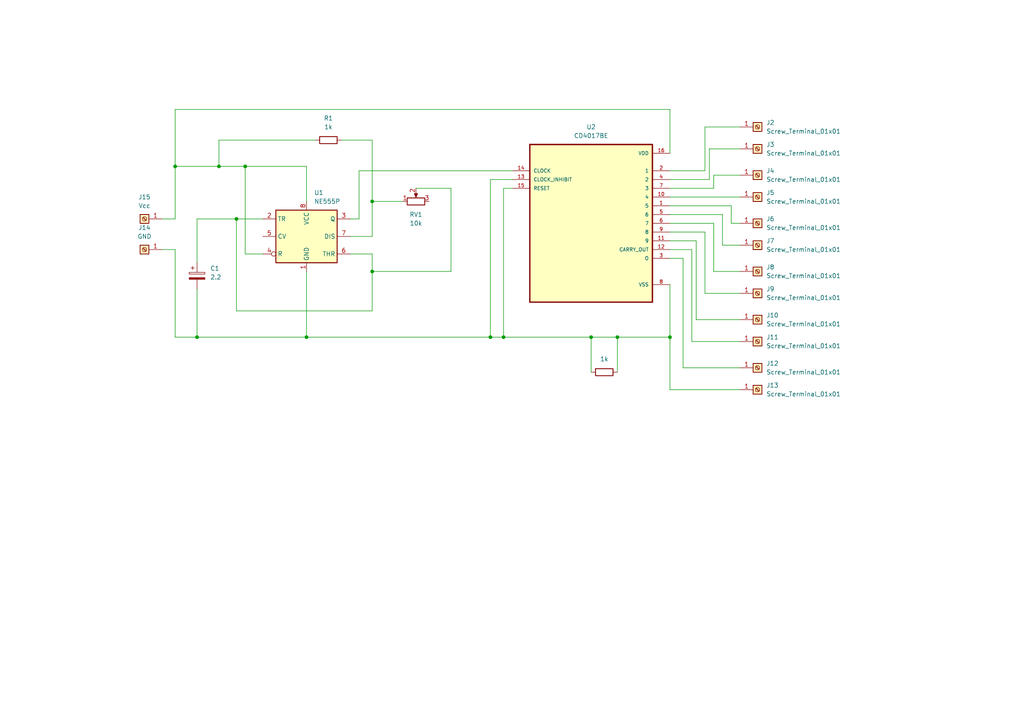
<source format=kicad_sch>
(kicad_sch
	(version 20231120)
	(generator "eeschema")
	(generator_version "8.0")
	(uuid "63d458b8-85d2-4ca3-8b0d-2b5a93477231")
	(paper "A4")
	(lib_symbols
		(symbol "CD4017BE:CD4017BE"
			(pin_names
				(offset 1.016)
			)
			(exclude_from_sim no)
			(in_bom yes)
			(on_board yes)
			(property "Reference" "U"
				(at -17.78 23.86 0)
				(effects
					(font
						(size 1.27 1.27)
					)
					(justify left bottom)
				)
			)
			(property "Value" "CD4017BE"
				(at -17.78 -26.86 0)
				(effects
					(font
						(size 1.27 1.27)
					)
					(justify left bottom)
				)
			)
			(property "Footprint" "CD4017BE:DIP794W45P254L1969H508Q16"
				(at 0 0 0)
				(effects
					(font
						(size 1.27 1.27)
					)
					(justify bottom)
					(hide yes)
				)
			)
			(property "Datasheet" ""
				(at 0 0 0)
				(effects
					(font
						(size 1.27 1.27)
					)
					(hide yes)
				)
			)
			(property "Description" ""
				(at 0 0 0)
				(effects
					(font
						(size 1.27 1.27)
					)
					(hide yes)
				)
			)
			(property "MF" "Texas Instruments"
				(at 0 0 0)
				(effects
					(font
						(size 1.27 1.27)
					)
					(justify bottom)
					(hide yes)
				)
			)
			(property "Description_1" "\nCMOS Decade Counter with 10 Decoded Outputs\n"
				(at 0 0 0)
				(effects
					(font
						(size 1.27 1.27)
					)
					(justify bottom)
					(hide yes)
				)
			)
			(property "Package" "PDIP-16 Texas Instruments"
				(at 0 0 0)
				(effects
					(font
						(size 1.27 1.27)
					)
					(justify bottom)
					(hide yes)
				)
			)
			(property "Price" "None"
				(at 0 0 0)
				(effects
					(font
						(size 1.27 1.27)
					)
					(justify bottom)
					(hide yes)
				)
			)
			(property "SnapEDA_Link" "https://www.snapeda.com/parts/CD4017BE/Texas+Instruments/view-part/?ref=snap"
				(at 0 0 0)
				(effects
					(font
						(size 1.27 1.27)
					)
					(justify bottom)
					(hide yes)
				)
			)
			(property "MP" "CD4017BE"
				(at 0 0 0)
				(effects
					(font
						(size 1.27 1.27)
					)
					(justify bottom)
					(hide yes)
				)
			)
			(property "Purchase-URL" "https://www.snapeda.com/api/url_track_click_mouser/?unipart_id=49911&manufacturer=Texas Instruments&part_name=CD4017BE&search_term=None"
				(at 0 0 0)
				(effects
					(font
						(size 1.27 1.27)
					)
					(justify bottom)
					(hide yes)
				)
			)
			(property "Availability" "In Stock"
				(at 0 0 0)
				(effects
					(font
						(size 1.27 1.27)
					)
					(justify bottom)
					(hide yes)
				)
			)
			(property "Check_prices" "https://www.snapeda.com/parts/CD4017BE/Texas+Instruments/view-part/?ref=eda"
				(at 0 0 0)
				(effects
					(font
						(size 1.27 1.27)
					)
					(justify bottom)
					(hide yes)
				)
			)
			(symbol "CD4017BE_0_0"
				(rectangle
					(start -17.78 -22.86)
					(end 17.78 22.86)
					(stroke
						(width 0.41)
						(type default)
					)
					(fill
						(type background)
					)
				)
				(pin output line
					(at 22.86 5.08 180)
					(length 5.08)
					(name "5"
						(effects
							(font
								(size 1.016 1.016)
							)
						)
					)
					(number "1"
						(effects
							(font
								(size 1.016 1.016)
							)
						)
					)
				)
				(pin output line
					(at 22.86 7.62 180)
					(length 5.08)
					(name "4"
						(effects
							(font
								(size 1.016 1.016)
							)
						)
					)
					(number "10"
						(effects
							(font
								(size 1.016 1.016)
							)
						)
					)
				)
				(pin output line
					(at 22.86 -5.08 180)
					(length 5.08)
					(name "9"
						(effects
							(font
								(size 1.016 1.016)
							)
						)
					)
					(number "11"
						(effects
							(font
								(size 1.016 1.016)
							)
						)
					)
				)
				(pin output line
					(at 22.86 -7.62 180)
					(length 5.08)
					(name "CARRY_OUT"
						(effects
							(font
								(size 1.016 1.016)
							)
						)
					)
					(number "12"
						(effects
							(font
								(size 1.016 1.016)
							)
						)
					)
				)
				(pin input line
					(at -22.86 12.7 0)
					(length 5.08)
					(name "CLOCK_INHIBIT"
						(effects
							(font
								(size 1.016 1.016)
							)
						)
					)
					(number "13"
						(effects
							(font
								(size 1.016 1.016)
							)
						)
					)
				)
				(pin input line
					(at -22.86 15.24 0)
					(length 5.08)
					(name "CLOCK"
						(effects
							(font
								(size 1.016 1.016)
							)
						)
					)
					(number "14"
						(effects
							(font
								(size 1.016 1.016)
							)
						)
					)
				)
				(pin input line
					(at -22.86 10.16 0)
					(length 5.08)
					(name "RESET"
						(effects
							(font
								(size 1.016 1.016)
							)
						)
					)
					(number "15"
						(effects
							(font
								(size 1.016 1.016)
							)
						)
					)
				)
				(pin power_in line
					(at 22.86 20.32 180)
					(length 5.08)
					(name "VDD"
						(effects
							(font
								(size 1.016 1.016)
							)
						)
					)
					(number "16"
						(effects
							(font
								(size 1.016 1.016)
							)
						)
					)
				)
				(pin output line
					(at 22.86 15.24 180)
					(length 5.08)
					(name "1"
						(effects
							(font
								(size 1.016 1.016)
							)
						)
					)
					(number "2"
						(effects
							(font
								(size 1.016 1.016)
							)
						)
					)
				)
				(pin output line
					(at 22.86 -10.16 180)
					(length 5.08)
					(name "O"
						(effects
							(font
								(size 1.016 1.016)
							)
						)
					)
					(number "3"
						(effects
							(font
								(size 1.016 1.016)
							)
						)
					)
				)
				(pin output line
					(at 22.86 12.7 180)
					(length 5.08)
					(name "2"
						(effects
							(font
								(size 1.016 1.016)
							)
						)
					)
					(number "4"
						(effects
							(font
								(size 1.016 1.016)
							)
						)
					)
				)
				(pin output line
					(at 22.86 2.54 180)
					(length 5.08)
					(name "6"
						(effects
							(font
								(size 1.016 1.016)
							)
						)
					)
					(number "5"
						(effects
							(font
								(size 1.016 1.016)
							)
						)
					)
				)
				(pin output line
					(at 22.86 0 180)
					(length 5.08)
					(name "7"
						(effects
							(font
								(size 1.016 1.016)
							)
						)
					)
					(number "6"
						(effects
							(font
								(size 1.016 1.016)
							)
						)
					)
				)
				(pin output line
					(at 22.86 10.16 180)
					(length 5.08)
					(name "3"
						(effects
							(font
								(size 1.016 1.016)
							)
						)
					)
					(number "7"
						(effects
							(font
								(size 1.016 1.016)
							)
						)
					)
				)
				(pin power_in line
					(at 22.86 -17.78 180)
					(length 5.08)
					(name "VSS"
						(effects
							(font
								(size 1.016 1.016)
							)
						)
					)
					(number "8"
						(effects
							(font
								(size 1.016 1.016)
							)
						)
					)
				)
				(pin output line
					(at 22.86 -2.54 180)
					(length 5.08)
					(name "8"
						(effects
							(font
								(size 1.016 1.016)
							)
						)
					)
					(number "9"
						(effects
							(font
								(size 1.016 1.016)
							)
						)
					)
				)
			)
		)
		(symbol "Connector:Screw_Terminal_01x01"
			(pin_names
				(offset 1.016) hide)
			(exclude_from_sim no)
			(in_bom yes)
			(on_board yes)
			(property "Reference" "J"
				(at 0 2.54 0)
				(effects
					(font
						(size 1.27 1.27)
					)
				)
			)
			(property "Value" "Screw_Terminal_01x01"
				(at 0 -2.54 0)
				(effects
					(font
						(size 1.27 1.27)
					)
				)
			)
			(property "Footprint" ""
				(at 0 0 0)
				(effects
					(font
						(size 1.27 1.27)
					)
					(hide yes)
				)
			)
			(property "Datasheet" "~"
				(at 0 0 0)
				(effects
					(font
						(size 1.27 1.27)
					)
					(hide yes)
				)
			)
			(property "Description" "Generic screw terminal, single row, 01x01, script generated (kicad-library-utils/schlib/autogen/connector/)"
				(at 0 0 0)
				(effects
					(font
						(size 1.27 1.27)
					)
					(hide yes)
				)
			)
			(property "ki_keywords" "screw terminal"
				(at 0 0 0)
				(effects
					(font
						(size 1.27 1.27)
					)
					(hide yes)
				)
			)
			(property "ki_fp_filters" "TerminalBlock*:*"
				(at 0 0 0)
				(effects
					(font
						(size 1.27 1.27)
					)
					(hide yes)
				)
			)
			(symbol "Screw_Terminal_01x01_1_1"
				(rectangle
					(start -1.27 1.27)
					(end 1.27 -1.27)
					(stroke
						(width 0.254)
						(type default)
					)
					(fill
						(type background)
					)
				)
				(polyline
					(pts
						(xy -0.5334 0.3302) (xy 0.3302 -0.508)
					)
					(stroke
						(width 0.1524)
						(type default)
					)
					(fill
						(type none)
					)
				)
				(polyline
					(pts
						(xy -0.3556 0.508) (xy 0.508 -0.3302)
					)
					(stroke
						(width 0.1524)
						(type default)
					)
					(fill
						(type none)
					)
				)
				(circle
					(center 0 0)
					(radius 0.635)
					(stroke
						(width 0.1524)
						(type default)
					)
					(fill
						(type none)
					)
				)
				(pin passive line
					(at -5.08 0 0)
					(length 3.81)
					(name "Pin_1"
						(effects
							(font
								(size 1.27 1.27)
							)
						)
					)
					(number "1"
						(effects
							(font
								(size 1.27 1.27)
							)
						)
					)
				)
			)
		)
		(symbol "Device:C_Polarized"
			(pin_numbers hide)
			(pin_names
				(offset 0.254)
			)
			(exclude_from_sim no)
			(in_bom yes)
			(on_board yes)
			(property "Reference" "C"
				(at 0.635 2.54 0)
				(effects
					(font
						(size 1.27 1.27)
					)
					(justify left)
				)
			)
			(property "Value" "C_Polarized"
				(at 0.635 -2.54 0)
				(effects
					(font
						(size 1.27 1.27)
					)
					(justify left)
				)
			)
			(property "Footprint" ""
				(at 0.9652 -3.81 0)
				(effects
					(font
						(size 1.27 1.27)
					)
					(hide yes)
				)
			)
			(property "Datasheet" "~"
				(at 0 0 0)
				(effects
					(font
						(size 1.27 1.27)
					)
					(hide yes)
				)
			)
			(property "Description" "Polarized capacitor"
				(at 0 0 0)
				(effects
					(font
						(size 1.27 1.27)
					)
					(hide yes)
				)
			)
			(property "ki_keywords" "cap capacitor"
				(at 0 0 0)
				(effects
					(font
						(size 1.27 1.27)
					)
					(hide yes)
				)
			)
			(property "ki_fp_filters" "CP_*"
				(at 0 0 0)
				(effects
					(font
						(size 1.27 1.27)
					)
					(hide yes)
				)
			)
			(symbol "C_Polarized_0_1"
				(rectangle
					(start -2.286 0.508)
					(end 2.286 1.016)
					(stroke
						(width 0)
						(type default)
					)
					(fill
						(type none)
					)
				)
				(polyline
					(pts
						(xy -1.778 2.286) (xy -0.762 2.286)
					)
					(stroke
						(width 0)
						(type default)
					)
					(fill
						(type none)
					)
				)
				(polyline
					(pts
						(xy -1.27 2.794) (xy -1.27 1.778)
					)
					(stroke
						(width 0)
						(type default)
					)
					(fill
						(type none)
					)
				)
				(rectangle
					(start 2.286 -0.508)
					(end -2.286 -1.016)
					(stroke
						(width 0)
						(type default)
					)
					(fill
						(type outline)
					)
				)
			)
			(symbol "C_Polarized_1_1"
				(pin passive line
					(at 0 3.81 270)
					(length 2.794)
					(name "~"
						(effects
							(font
								(size 1.27 1.27)
							)
						)
					)
					(number "1"
						(effects
							(font
								(size 1.27 1.27)
							)
						)
					)
				)
				(pin passive line
					(at 0 -3.81 90)
					(length 2.794)
					(name "~"
						(effects
							(font
								(size 1.27 1.27)
							)
						)
					)
					(number "2"
						(effects
							(font
								(size 1.27 1.27)
							)
						)
					)
				)
			)
		)
		(symbol "Device:R"
			(pin_numbers hide)
			(pin_names
				(offset 0)
			)
			(exclude_from_sim no)
			(in_bom yes)
			(on_board yes)
			(property "Reference" "R"
				(at 2.032 0 90)
				(effects
					(font
						(size 1.27 1.27)
					)
				)
			)
			(property "Value" "R"
				(at 0 0 90)
				(effects
					(font
						(size 1.27 1.27)
					)
				)
			)
			(property "Footprint" ""
				(at -1.778 0 90)
				(effects
					(font
						(size 1.27 1.27)
					)
					(hide yes)
				)
			)
			(property "Datasheet" "~"
				(at 0 0 0)
				(effects
					(font
						(size 1.27 1.27)
					)
					(hide yes)
				)
			)
			(property "Description" "Resistor"
				(at 0 0 0)
				(effects
					(font
						(size 1.27 1.27)
					)
					(hide yes)
				)
			)
			(property "ki_keywords" "R res resistor"
				(at 0 0 0)
				(effects
					(font
						(size 1.27 1.27)
					)
					(hide yes)
				)
			)
			(property "ki_fp_filters" "R_*"
				(at 0 0 0)
				(effects
					(font
						(size 1.27 1.27)
					)
					(hide yes)
				)
			)
			(symbol "R_0_1"
				(rectangle
					(start -1.016 -2.54)
					(end 1.016 2.54)
					(stroke
						(width 0.254)
						(type default)
					)
					(fill
						(type none)
					)
				)
			)
			(symbol "R_1_1"
				(pin passive line
					(at 0 3.81 270)
					(length 1.27)
					(name "~"
						(effects
							(font
								(size 1.27 1.27)
							)
						)
					)
					(number "1"
						(effects
							(font
								(size 1.27 1.27)
							)
						)
					)
				)
				(pin passive line
					(at 0 -3.81 90)
					(length 1.27)
					(name "~"
						(effects
							(font
								(size 1.27 1.27)
							)
						)
					)
					(number "2"
						(effects
							(font
								(size 1.27 1.27)
							)
						)
					)
				)
			)
		)
		(symbol "Device:R_Potentiometer"
			(pin_names
				(offset 1.016) hide)
			(exclude_from_sim no)
			(in_bom yes)
			(on_board yes)
			(property "Reference" "RV"
				(at -4.445 0 90)
				(effects
					(font
						(size 1.27 1.27)
					)
				)
			)
			(property "Value" "R_Potentiometer"
				(at -2.54 0 90)
				(effects
					(font
						(size 1.27 1.27)
					)
				)
			)
			(property "Footprint" ""
				(at 0 0 0)
				(effects
					(font
						(size 1.27 1.27)
					)
					(hide yes)
				)
			)
			(property "Datasheet" "~"
				(at 0 0 0)
				(effects
					(font
						(size 1.27 1.27)
					)
					(hide yes)
				)
			)
			(property "Description" "Potentiometer"
				(at 0 0 0)
				(effects
					(font
						(size 1.27 1.27)
					)
					(hide yes)
				)
			)
			(property "ki_keywords" "resistor variable"
				(at 0 0 0)
				(effects
					(font
						(size 1.27 1.27)
					)
					(hide yes)
				)
			)
			(property "ki_fp_filters" "Potentiometer*"
				(at 0 0 0)
				(effects
					(font
						(size 1.27 1.27)
					)
					(hide yes)
				)
			)
			(symbol "R_Potentiometer_0_1"
				(polyline
					(pts
						(xy 2.54 0) (xy 1.524 0)
					)
					(stroke
						(width 0)
						(type default)
					)
					(fill
						(type none)
					)
				)
				(polyline
					(pts
						(xy 1.143 0) (xy 2.286 0.508) (xy 2.286 -0.508) (xy 1.143 0)
					)
					(stroke
						(width 0)
						(type default)
					)
					(fill
						(type outline)
					)
				)
				(rectangle
					(start 1.016 2.54)
					(end -1.016 -2.54)
					(stroke
						(width 0.254)
						(type default)
					)
					(fill
						(type none)
					)
				)
			)
			(symbol "R_Potentiometer_1_1"
				(pin passive line
					(at 0 3.81 270)
					(length 1.27)
					(name "1"
						(effects
							(font
								(size 1.27 1.27)
							)
						)
					)
					(number "1"
						(effects
							(font
								(size 1.27 1.27)
							)
						)
					)
				)
				(pin passive line
					(at 3.81 0 180)
					(length 1.27)
					(name "2"
						(effects
							(font
								(size 1.27 1.27)
							)
						)
					)
					(number "2"
						(effects
							(font
								(size 1.27 1.27)
							)
						)
					)
				)
				(pin passive line
					(at 0 -3.81 90)
					(length 1.27)
					(name "3"
						(effects
							(font
								(size 1.27 1.27)
							)
						)
					)
					(number "3"
						(effects
							(font
								(size 1.27 1.27)
							)
						)
					)
				)
			)
		)
		(symbol "Timer:NE555P"
			(exclude_from_sim no)
			(in_bom yes)
			(on_board yes)
			(property "Reference" "U"
				(at -10.16 8.89 0)
				(effects
					(font
						(size 1.27 1.27)
					)
					(justify left)
				)
			)
			(property "Value" "NE555P"
				(at 2.54 8.89 0)
				(effects
					(font
						(size 1.27 1.27)
					)
					(justify left)
				)
			)
			(property "Footprint" "Package_DIP:DIP-8_W7.62mm"
				(at 16.51 -10.16 0)
				(effects
					(font
						(size 1.27 1.27)
					)
					(hide yes)
				)
			)
			(property "Datasheet" "http://www.ti.com/lit/ds/symlink/ne555.pdf"
				(at 21.59 -10.16 0)
				(effects
					(font
						(size 1.27 1.27)
					)
					(hide yes)
				)
			)
			(property "Description" "Precision Timers, 555 compatible,  PDIP-8"
				(at 0 0 0)
				(effects
					(font
						(size 1.27 1.27)
					)
					(hide yes)
				)
			)
			(property "ki_keywords" "single timer 555"
				(at 0 0 0)
				(effects
					(font
						(size 1.27 1.27)
					)
					(hide yes)
				)
			)
			(property "ki_fp_filters" "DIP*W7.62mm*"
				(at 0 0 0)
				(effects
					(font
						(size 1.27 1.27)
					)
					(hide yes)
				)
			)
			(symbol "NE555P_0_0"
				(pin power_in line
					(at 0 -10.16 90)
					(length 2.54)
					(name "GND"
						(effects
							(font
								(size 1.27 1.27)
							)
						)
					)
					(number "1"
						(effects
							(font
								(size 1.27 1.27)
							)
						)
					)
				)
				(pin power_in line
					(at 0 10.16 270)
					(length 2.54)
					(name "VCC"
						(effects
							(font
								(size 1.27 1.27)
							)
						)
					)
					(number "8"
						(effects
							(font
								(size 1.27 1.27)
							)
						)
					)
				)
			)
			(symbol "NE555P_0_1"
				(rectangle
					(start -8.89 -7.62)
					(end 8.89 7.62)
					(stroke
						(width 0.254)
						(type default)
					)
					(fill
						(type background)
					)
				)
				(rectangle
					(start -8.89 -7.62)
					(end 8.89 7.62)
					(stroke
						(width 0.254)
						(type default)
					)
					(fill
						(type background)
					)
				)
			)
			(symbol "NE555P_1_1"
				(pin input line
					(at -12.7 5.08 0)
					(length 3.81)
					(name "TR"
						(effects
							(font
								(size 1.27 1.27)
							)
						)
					)
					(number "2"
						(effects
							(font
								(size 1.27 1.27)
							)
						)
					)
				)
				(pin output line
					(at 12.7 5.08 180)
					(length 3.81)
					(name "Q"
						(effects
							(font
								(size 1.27 1.27)
							)
						)
					)
					(number "3"
						(effects
							(font
								(size 1.27 1.27)
							)
						)
					)
				)
				(pin input inverted
					(at -12.7 -5.08 0)
					(length 3.81)
					(name "R"
						(effects
							(font
								(size 1.27 1.27)
							)
						)
					)
					(number "4"
						(effects
							(font
								(size 1.27 1.27)
							)
						)
					)
				)
				(pin input line
					(at -12.7 0 0)
					(length 3.81)
					(name "CV"
						(effects
							(font
								(size 1.27 1.27)
							)
						)
					)
					(number "5"
						(effects
							(font
								(size 1.27 1.27)
							)
						)
					)
				)
				(pin input line
					(at 12.7 -5.08 180)
					(length 3.81)
					(name "THR"
						(effects
							(font
								(size 1.27 1.27)
							)
						)
					)
					(number "6"
						(effects
							(font
								(size 1.27 1.27)
							)
						)
					)
				)
				(pin input line
					(at 12.7 0 180)
					(length 3.81)
					(name "DIS"
						(effects
							(font
								(size 1.27 1.27)
							)
						)
					)
					(number "7"
						(effects
							(font
								(size 1.27 1.27)
							)
						)
					)
				)
			)
		)
	)
	(junction
		(at 50.8 48.26)
		(diameter 0)
		(color 0 0 0 0)
		(uuid "01b244f9-d058-4126-b713-51700594b64f")
	)
	(junction
		(at 179.07 97.79)
		(diameter 0)
		(color 0 0 0 0)
		(uuid "04480b84-895d-4ae1-8719-137eac597212")
	)
	(junction
		(at 146.05 97.79)
		(diameter 0)
		(color 0 0 0 0)
		(uuid "191ccae2-ab0d-42c3-83e9-449c56cc86b8")
	)
	(junction
		(at 107.95 78.74)
		(diameter 0)
		(color 0 0 0 0)
		(uuid "2b33a7e4-39d1-4c57-b5da-d25f74ab32c0")
	)
	(junction
		(at 88.9 97.79)
		(diameter 0)
		(color 0 0 0 0)
		(uuid "64f11364-c9cd-407d-bc79-1fec9d3c44fb")
	)
	(junction
		(at 171.45 97.79)
		(diameter 0)
		(color 0 0 0 0)
		(uuid "6995b760-7964-4078-aad2-e2036ed93963")
	)
	(junction
		(at 63.5 48.26)
		(diameter 0)
		(color 0 0 0 0)
		(uuid "70c57525-73d7-4bdb-b7d7-11ced8634004")
	)
	(junction
		(at 107.95 58.42)
		(diameter 0)
		(color 0 0 0 0)
		(uuid "98cb9dc5-f87c-4bd7-9d27-22e5db5d789c")
	)
	(junction
		(at 57.15 97.79)
		(diameter 0)
		(color 0 0 0 0)
		(uuid "995f39d5-3e12-4f9e-a8aa-be32949056ba")
	)
	(junction
		(at 71.12 48.26)
		(diameter 0)
		(color 0 0 0 0)
		(uuid "a6e5dcea-b064-43c5-94fc-76dcf3716f20")
	)
	(junction
		(at 68.58 63.5)
		(diameter 0)
		(color 0 0 0 0)
		(uuid "b66c7526-c51f-4f57-8cf3-b9e809c00c94")
	)
	(junction
		(at 142.24 97.79)
		(diameter 0)
		(color 0 0 0 0)
		(uuid "bdd2d405-6b5f-4356-aa5a-0c35406866f2")
	)
	(junction
		(at 194.31 97.79)
		(diameter 0)
		(color 0 0 0 0)
		(uuid "be71866d-ea30-45ec-82c5-c7a5320a2db4")
	)
	(wire
		(pts
			(xy 212.09 59.69) (xy 212.09 64.77)
		)
		(stroke
			(width 0)
			(type default)
		)
		(uuid "00054c17-ae22-4cca-b9ec-238665355735")
	)
	(wire
		(pts
			(xy 207.01 50.8) (xy 214.63 50.8)
		)
		(stroke
			(width 0)
			(type default)
		)
		(uuid "0b4be140-fdb2-4143-a933-8ddd4cddaeb5")
	)
	(wire
		(pts
			(xy 107.95 58.42) (xy 107.95 40.64)
		)
		(stroke
			(width 0)
			(type default)
		)
		(uuid "0c056f3d-dd57-4053-8421-0f9b7fd08b1c")
	)
	(wire
		(pts
			(xy 194.31 74.93) (xy 198.12 74.93)
		)
		(stroke
			(width 0)
			(type default)
		)
		(uuid "0e213bbe-2f5b-4f33-92c4-0094d4332537")
	)
	(wire
		(pts
			(xy 171.45 97.79) (xy 146.05 97.79)
		)
		(stroke
			(width 0)
			(type default)
		)
		(uuid "147cf277-248f-4583-af70-28ee3cac8020")
	)
	(wire
		(pts
			(xy 207.01 64.77) (xy 207.01 78.74)
		)
		(stroke
			(width 0)
			(type default)
		)
		(uuid "168229fd-e9fc-4afa-98cd-b791db76324a")
	)
	(wire
		(pts
			(xy 200.66 99.06) (xy 214.63 99.06)
		)
		(stroke
			(width 0)
			(type default)
		)
		(uuid "197a91d8-0bf5-4083-b8d9-9e08a44c81ce")
	)
	(wire
		(pts
			(xy 198.12 106.68) (xy 214.63 106.68)
		)
		(stroke
			(width 0)
			(type default)
		)
		(uuid "1b1b4767-b294-490f-ac5f-f1ecd988547f")
	)
	(wire
		(pts
			(xy 50.8 48.26) (xy 50.8 63.5)
		)
		(stroke
			(width 0)
			(type default)
		)
		(uuid "1c1228c9-c0d4-4283-b050-f99e7375c7d4")
	)
	(wire
		(pts
			(xy 99.06 40.64) (xy 107.95 40.64)
		)
		(stroke
			(width 0)
			(type default)
		)
		(uuid "20edd682-c209-4979-b4fa-b484ebef5de3")
	)
	(wire
		(pts
			(xy 91.44 40.64) (xy 63.5 40.64)
		)
		(stroke
			(width 0)
			(type default)
		)
		(uuid "24137402-09d4-454f-ba78-62043d85bf89")
	)
	(wire
		(pts
			(xy 194.31 67.31) (xy 204.47 67.31)
		)
		(stroke
			(width 0)
			(type default)
		)
		(uuid "2535d842-b3e7-473f-bbdc-2cd1b4dcb076")
	)
	(wire
		(pts
			(xy 50.8 48.26) (xy 63.5 48.26)
		)
		(stroke
			(width 0)
			(type default)
		)
		(uuid "25ad55b6-0adc-4e90-beb2-810cd73ad551")
	)
	(wire
		(pts
			(xy 207.01 78.74) (xy 214.63 78.74)
		)
		(stroke
			(width 0)
			(type default)
		)
		(uuid "2919f512-a6f0-426c-bae7-c462d337110e")
	)
	(wire
		(pts
			(xy 194.31 69.85) (xy 201.93 69.85)
		)
		(stroke
			(width 0)
			(type default)
		)
		(uuid "2c17e409-1877-412d-8ef2-703d68897aab")
	)
	(wire
		(pts
			(xy 194.31 44.45) (xy 194.31 31.75)
		)
		(stroke
			(width 0)
			(type default)
		)
		(uuid "2d4d1e2c-7d78-4cde-ae6d-6a377bd969f1")
	)
	(wire
		(pts
			(xy 204.47 85.09) (xy 214.63 85.09)
		)
		(stroke
			(width 0)
			(type default)
		)
		(uuid "2d71a3bf-f27e-4af2-a971-2078f6335152")
	)
	(wire
		(pts
			(xy 194.31 62.23) (xy 209.55 62.23)
		)
		(stroke
			(width 0)
			(type default)
		)
		(uuid "304eb4e4-00a4-4e9b-b9ac-43331771027f")
	)
	(wire
		(pts
			(xy 57.15 83.82) (xy 57.15 97.79)
		)
		(stroke
			(width 0)
			(type default)
		)
		(uuid "351acaba-4ba9-4ae7-910a-5ee3939ba859")
	)
	(wire
		(pts
			(xy 104.14 49.53) (xy 148.59 49.53)
		)
		(stroke
			(width 0)
			(type default)
		)
		(uuid "36e90eab-ee99-4af4-b893-2d1ef3eddf52")
	)
	(wire
		(pts
			(xy 76.2 73.66) (xy 71.12 73.66)
		)
		(stroke
			(width 0)
			(type default)
		)
		(uuid "3b49e613-2a96-4805-ab38-07fa1565d244")
	)
	(wire
		(pts
			(xy 68.58 63.5) (xy 68.58 90.17)
		)
		(stroke
			(width 0)
			(type default)
		)
		(uuid "3de4922d-fd69-4966-8cee-505443f91cdd")
	)
	(wire
		(pts
			(xy 57.15 97.79) (xy 88.9 97.79)
		)
		(stroke
			(width 0)
			(type default)
		)
		(uuid "3eb9cf0e-ecf8-499e-92ac-3ac641bdf7a9")
	)
	(wire
		(pts
			(xy 46.99 72.39) (xy 50.8 72.39)
		)
		(stroke
			(width 0)
			(type default)
		)
		(uuid "457f6ce1-f47c-4b8b-802c-0189f6250259")
	)
	(wire
		(pts
			(xy 148.59 54.61) (xy 146.05 54.61)
		)
		(stroke
			(width 0)
			(type default)
		)
		(uuid "47c63709-3eeb-4aa1-b814-e41b74e2f4c1")
	)
	(wire
		(pts
			(xy 88.9 48.26) (xy 88.9 58.42)
		)
		(stroke
			(width 0)
			(type default)
		)
		(uuid "487eff83-540d-4e90-aff1-68012c2ca9f8")
	)
	(wire
		(pts
			(xy 71.12 48.26) (xy 88.9 48.26)
		)
		(stroke
			(width 0)
			(type default)
		)
		(uuid "4c666bb5-41ff-4754-8809-4213a82696f2")
	)
	(wire
		(pts
			(xy 68.58 90.17) (xy 107.95 90.17)
		)
		(stroke
			(width 0)
			(type default)
		)
		(uuid "4dc38354-c607-4146-a54d-38876fc45adf")
	)
	(wire
		(pts
			(xy 148.59 52.07) (xy 142.24 52.07)
		)
		(stroke
			(width 0)
			(type default)
		)
		(uuid "4dfd80c1-85c7-424f-8745-804b94a0c330")
	)
	(wire
		(pts
			(xy 204.47 67.31) (xy 204.47 85.09)
		)
		(stroke
			(width 0)
			(type default)
		)
		(uuid "56702a9e-665a-4002-a78b-b66e63ad7608")
	)
	(wire
		(pts
			(xy 194.31 97.79) (xy 179.07 97.79)
		)
		(stroke
			(width 0)
			(type default)
		)
		(uuid "58653321-717f-48bb-99c4-3d400a62aa76")
	)
	(wire
		(pts
			(xy 194.31 82.55) (xy 194.31 97.79)
		)
		(stroke
			(width 0)
			(type default)
		)
		(uuid "5a5c2386-85d4-43fe-88c8-023b79c4d012")
	)
	(wire
		(pts
			(xy 46.99 63.5) (xy 50.8 63.5)
		)
		(stroke
			(width 0)
			(type default)
		)
		(uuid "5b6da09d-f2a9-427c-bff0-1b26b9ac6915")
	)
	(wire
		(pts
			(xy 107.95 58.42) (xy 107.95 68.58)
		)
		(stroke
			(width 0)
			(type default)
		)
		(uuid "63ab0235-98c8-42b8-a8cb-1ec9199bdc25")
	)
	(wire
		(pts
			(xy 194.31 57.15) (xy 214.63 57.15)
		)
		(stroke
			(width 0)
			(type default)
		)
		(uuid "645b8276-7960-4782-8265-7af712a3de3f")
	)
	(wire
		(pts
			(xy 104.14 49.53) (xy 104.14 63.5)
		)
		(stroke
			(width 0)
			(type default)
		)
		(uuid "6cf6b37f-5e56-4677-85dc-0ca01914dcc6")
	)
	(wire
		(pts
			(xy 204.47 36.83) (xy 214.63 36.83)
		)
		(stroke
			(width 0)
			(type default)
		)
		(uuid "6ddd9b64-8384-4168-b03c-f0168ef2cc13")
	)
	(wire
		(pts
			(xy 142.24 52.07) (xy 142.24 97.79)
		)
		(stroke
			(width 0)
			(type default)
		)
		(uuid "73182867-eae6-46e8-affb-e2ae8e09a34f")
	)
	(wire
		(pts
			(xy 63.5 40.64) (xy 63.5 48.26)
		)
		(stroke
			(width 0)
			(type default)
		)
		(uuid "78ae4bed-f5c3-4935-aa3c-6a0b4a06f9f4")
	)
	(wire
		(pts
			(xy 204.47 49.53) (xy 204.47 36.83)
		)
		(stroke
			(width 0)
			(type default)
		)
		(uuid "7e8073a6-c6a2-4f71-80ee-2de481adb8af")
	)
	(wire
		(pts
			(xy 207.01 54.61) (xy 207.01 50.8)
		)
		(stroke
			(width 0)
			(type default)
		)
		(uuid "7f7ccf44-728c-4ff4-a2ac-a656684017a1")
	)
	(wire
		(pts
			(xy 50.8 31.75) (xy 194.31 31.75)
		)
		(stroke
			(width 0)
			(type default)
		)
		(uuid "81be2ea8-0d95-460b-ba7e-7f31072244f3")
	)
	(wire
		(pts
			(xy 214.63 43.18) (xy 205.74 43.18)
		)
		(stroke
			(width 0)
			(type default)
		)
		(uuid "84e3f526-a9ee-43db-aa7a-b85e4c82d495")
	)
	(wire
		(pts
			(xy 50.8 72.39) (xy 50.8 97.79)
		)
		(stroke
			(width 0)
			(type default)
		)
		(uuid "917e8eec-a2a7-41da-87c3-dd6186c8c453")
	)
	(wire
		(pts
			(xy 63.5 48.26) (xy 71.12 48.26)
		)
		(stroke
			(width 0)
			(type default)
		)
		(uuid "91c06947-53ac-4879-9131-25189ead704a")
	)
	(wire
		(pts
			(xy 194.31 59.69) (xy 212.09 59.69)
		)
		(stroke
			(width 0)
			(type default)
		)
		(uuid "95367257-3b5d-44f5-b603-3b9f9d7031de")
	)
	(wire
		(pts
			(xy 146.05 54.61) (xy 146.05 97.79)
		)
		(stroke
			(width 0)
			(type default)
		)
		(uuid "964a95d9-5eb1-4467-92d9-29f38cf1e99e")
	)
	(wire
		(pts
			(xy 200.66 72.39) (xy 200.66 99.06)
		)
		(stroke
			(width 0)
			(type default)
		)
		(uuid "989a6129-fd20-44c7-a29e-1385b757eb43")
	)
	(wire
		(pts
			(xy 101.6 68.58) (xy 107.95 68.58)
		)
		(stroke
			(width 0)
			(type default)
		)
		(uuid "9ee26dbe-8f9e-48bf-ad3c-a7a69be9e6b3")
	)
	(wire
		(pts
			(xy 201.93 69.85) (xy 201.93 92.71)
		)
		(stroke
			(width 0)
			(type default)
		)
		(uuid "a00b747e-3238-4f69-932f-82a6138204ba")
	)
	(wire
		(pts
			(xy 130.81 54.61) (xy 130.81 78.74)
		)
		(stroke
			(width 0)
			(type default)
		)
		(uuid "a23cde49-62fc-4e29-8568-7f1b9a43d493")
	)
	(wire
		(pts
			(xy 212.09 64.77) (xy 214.63 64.77)
		)
		(stroke
			(width 0)
			(type default)
		)
		(uuid "a36d7a63-89f0-47e0-8e43-7022ea815ab3")
	)
	(wire
		(pts
			(xy 88.9 78.74) (xy 88.9 97.79)
		)
		(stroke
			(width 0)
			(type default)
		)
		(uuid "a4168c6a-7ad7-4472-9d77-7d401b00f394")
	)
	(wire
		(pts
			(xy 201.93 92.71) (xy 214.63 92.71)
		)
		(stroke
			(width 0)
			(type default)
		)
		(uuid "aa3dade0-3ccc-4933-b421-5502da71e2ef")
	)
	(wire
		(pts
			(xy 171.45 97.79) (xy 171.45 107.95)
		)
		(stroke
			(width 0)
			(type default)
		)
		(uuid "ab3b92bb-a5e9-448d-9013-c896c9392667")
	)
	(wire
		(pts
			(xy 68.58 63.5) (xy 57.15 63.5)
		)
		(stroke
			(width 0)
			(type default)
		)
		(uuid "ac193169-6077-4afd-abda-296a1a6e698e")
	)
	(wire
		(pts
			(xy 50.8 31.75) (xy 50.8 48.26)
		)
		(stroke
			(width 0)
			(type default)
		)
		(uuid "ac89db07-5cc4-498c-a384-bcbbabfa7b36")
	)
	(wire
		(pts
			(xy 194.31 113.03) (xy 214.63 113.03)
		)
		(stroke
			(width 0)
			(type default)
		)
		(uuid "ad172f19-655d-41b6-adc9-1bf07e407d01")
	)
	(wire
		(pts
			(xy 194.31 113.03) (xy 194.31 97.79)
		)
		(stroke
			(width 0)
			(type default)
		)
		(uuid "adea5f7c-194b-44c1-a2dc-eb0bb9358cf4")
	)
	(wire
		(pts
			(xy 57.15 63.5) (xy 57.15 76.2)
		)
		(stroke
			(width 0)
			(type default)
		)
		(uuid "b0101b36-74f0-4ab8-a69f-b3d77df8abdd")
	)
	(wire
		(pts
			(xy 71.12 73.66) (xy 71.12 48.26)
		)
		(stroke
			(width 0)
			(type default)
		)
		(uuid "b530fd2c-9f5d-4962-ae33-8a6c557d9860")
	)
	(wire
		(pts
			(xy 205.74 52.07) (xy 194.31 52.07)
		)
		(stroke
			(width 0)
			(type default)
		)
		(uuid "babbc9d3-0456-43eb-983e-511c08e16c0e")
	)
	(wire
		(pts
			(xy 76.2 63.5) (xy 68.58 63.5)
		)
		(stroke
			(width 0)
			(type default)
		)
		(uuid "bd706eb0-057c-42e5-a6c0-ba4816c469ee")
	)
	(wire
		(pts
			(xy 107.95 78.74) (xy 130.81 78.74)
		)
		(stroke
			(width 0)
			(type default)
		)
		(uuid "c32ecde6-5629-44f9-844a-b13119228ac7")
	)
	(wire
		(pts
			(xy 107.95 73.66) (xy 101.6 73.66)
		)
		(stroke
			(width 0)
			(type default)
		)
		(uuid "c3ffa7be-8cf7-408b-bed7-b569f14d51f5")
	)
	(wire
		(pts
			(xy 209.55 71.12) (xy 214.63 71.12)
		)
		(stroke
			(width 0)
			(type default)
		)
		(uuid "c5949c07-17a2-44c3-9abf-604bb0318328")
	)
	(wire
		(pts
			(xy 194.31 54.61) (xy 207.01 54.61)
		)
		(stroke
			(width 0)
			(type default)
		)
		(uuid "c66093c2-cca2-4fec-81f0-a3fdedc363cb")
	)
	(wire
		(pts
			(xy 104.14 63.5) (xy 101.6 63.5)
		)
		(stroke
			(width 0)
			(type default)
		)
		(uuid "c8380a8a-580c-4d1c-b140-b366965b2eda")
	)
	(wire
		(pts
			(xy 120.65 54.61) (xy 130.81 54.61)
		)
		(stroke
			(width 0)
			(type default)
		)
		(uuid "cb449e03-111a-4940-a1b5-f160e2a569f2")
	)
	(wire
		(pts
			(xy 198.12 74.93) (xy 198.12 106.68)
		)
		(stroke
			(width 0)
			(type default)
		)
		(uuid "cb8015f8-9224-4886-956f-06415bce3387")
	)
	(wire
		(pts
			(xy 194.31 64.77) (xy 207.01 64.77)
		)
		(stroke
			(width 0)
			(type default)
		)
		(uuid "d02d335f-c133-4df9-9c23-743e475f95fb")
	)
	(wire
		(pts
			(xy 146.05 97.79) (xy 142.24 97.79)
		)
		(stroke
			(width 0)
			(type default)
		)
		(uuid "d2313cb6-8306-4d0c-8a5a-73b2d3e42354")
	)
	(wire
		(pts
			(xy 107.95 90.17) (xy 107.95 78.74)
		)
		(stroke
			(width 0)
			(type default)
		)
		(uuid "d285fa78-7b68-416c-be0e-82f1fa47dd13")
	)
	(wire
		(pts
			(xy 50.8 97.79) (xy 57.15 97.79)
		)
		(stroke
			(width 0)
			(type default)
		)
		(uuid "d91f5cdc-e9df-4768-b438-2086c53f3e3d")
	)
	(wire
		(pts
			(xy 107.95 58.42) (xy 116.84 58.42)
		)
		(stroke
			(width 0)
			(type default)
		)
		(uuid "d9b3a972-7c5a-4c27-a3f3-16ada900b3c5")
	)
	(wire
		(pts
			(xy 88.9 97.79) (xy 142.24 97.79)
		)
		(stroke
			(width 0)
			(type default)
		)
		(uuid "e2377b6e-5700-4df1-9ec7-09c86a8226b4")
	)
	(wire
		(pts
			(xy 194.31 72.39) (xy 200.66 72.39)
		)
		(stroke
			(width 0)
			(type default)
		)
		(uuid "e2c19d19-3e6c-4de4-ba09-010d35d7f518")
	)
	(wire
		(pts
			(xy 209.55 62.23) (xy 209.55 71.12)
		)
		(stroke
			(width 0)
			(type default)
		)
		(uuid "ea600fcd-6497-4315-adc1-69c6e33c7fe1")
	)
	(wire
		(pts
			(xy 194.31 49.53) (xy 204.47 49.53)
		)
		(stroke
			(width 0)
			(type default)
		)
		(uuid "f2d45e7c-6e0e-4f86-9f86-98288517c4ab")
	)
	(wire
		(pts
			(xy 179.07 97.79) (xy 179.07 107.95)
		)
		(stroke
			(width 0)
			(type default)
		)
		(uuid "f4dbb8af-9166-4b21-905b-4d4bf5ffc561")
	)
	(wire
		(pts
			(xy 107.95 78.74) (xy 107.95 73.66)
		)
		(stroke
			(width 0)
			(type default)
		)
		(uuid "f510ffbf-60d5-4210-8aa8-afd2727d6313")
	)
	(wire
		(pts
			(xy 205.74 43.18) (xy 205.74 52.07)
		)
		(stroke
			(width 0)
			(type default)
		)
		(uuid "f911de8c-3ac9-4183-a47a-2fe5ce618f21")
	)
	(wire
		(pts
			(xy 179.07 97.79) (xy 171.45 97.79)
		)
		(stroke
			(width 0)
			(type default)
		)
		(uuid "f913f5a7-03c0-4cf6-a361-86d16bc5a047")
	)
	(symbol
		(lib_id "Connector:Screw_Terminal_01x01")
		(at 219.71 92.71 0)
		(unit 1)
		(exclude_from_sim no)
		(in_bom yes)
		(on_board yes)
		(dnp no)
		(fields_autoplaced yes)
		(uuid "3e2b39ae-39e1-4395-9574-ea893d33cf1e")
		(property "Reference" "J10"
			(at 222.25 91.4399 0)
			(effects
				(font
					(size 1.27 1.27)
				)
				(justify left)
			)
		)
		(property "Value" "Screw_Terminal_01x01"
			(at 222.25 93.9799 0)
			(effects
				(font
					(size 1.27 1.27)
				)
				(justify left)
			)
		)
		(property "Footprint" "Connector_PinHeader_2.54mm:PinHeader_1x01_P2.54mm_Vertical"
			(at 219.71 92.71 0)
			(effects
				(font
					(size 1.27 1.27)
				)
				(hide yes)
			)
		)
		(property "Datasheet" "~"
			(at 219.71 92.71 0)
			(effects
				(font
					(size 1.27 1.27)
				)
				(hide yes)
			)
		)
		(property "Description" "Generic screw terminal, single row, 01x01, script generated (kicad-library-utils/schlib/autogen/connector/)"
			(at 219.71 92.71 0)
			(effects
				(font
					(size 1.27 1.27)
				)
				(hide yes)
			)
		)
		(pin "1"
			(uuid "6f7aaf2f-2e5c-4195-873d-09069731367c")
		)
		(instances
			(project "LED Chaser Control board"
				(path "/63d458b8-85d2-4ca3-8b0d-2b5a93477231"
					(reference "J10")
					(unit 1)
				)
			)
		)
	)
	(symbol
		(lib_id "Connector:Screw_Terminal_01x01")
		(at 219.71 71.12 0)
		(unit 1)
		(exclude_from_sim no)
		(in_bom yes)
		(on_board yes)
		(dnp no)
		(fields_autoplaced yes)
		(uuid "4e1dad68-36ac-431c-9ae7-39c3a94d82fc")
		(property "Reference" "J7"
			(at 222.25 69.8499 0)
			(effects
				(font
					(size 1.27 1.27)
				)
				(justify left)
			)
		)
		(property "Value" "Screw_Terminal_01x01"
			(at 222.25 72.3899 0)
			(effects
				(font
					(size 1.27 1.27)
				)
				(justify left)
			)
		)
		(property "Footprint" "Connector_PinHeader_2.54mm:PinHeader_1x01_P2.54mm_Vertical"
			(at 219.71 71.12 0)
			(effects
				(font
					(size 1.27 1.27)
				)
				(hide yes)
			)
		)
		(property "Datasheet" "~"
			(at 219.71 71.12 0)
			(effects
				(font
					(size 1.27 1.27)
				)
				(hide yes)
			)
		)
		(property "Description" "Generic screw terminal, single row, 01x01, script generated (kicad-library-utils/schlib/autogen/connector/)"
			(at 219.71 71.12 0)
			(effects
				(font
					(size 1.27 1.27)
				)
				(hide yes)
			)
		)
		(pin "1"
			(uuid "41bfb6d6-dd07-4b2b-90a5-37a933c8d831")
		)
		(instances
			(project "LED Chaser Control board"
				(path "/63d458b8-85d2-4ca3-8b0d-2b5a93477231"
					(reference "J7")
					(unit 1)
				)
			)
		)
	)
	(symbol
		(lib_id "Connector:Screw_Terminal_01x01")
		(at 41.91 63.5 180)
		(unit 1)
		(exclude_from_sim no)
		(in_bom yes)
		(on_board yes)
		(dnp no)
		(fields_autoplaced yes)
		(uuid "533ecbd1-9429-42de-8b10-26a832d54cc7")
		(property "Reference" "J15"
			(at 41.91 57.15 0)
			(effects
				(font
					(size 1.27 1.27)
				)
			)
		)
		(property "Value" "Vcc"
			(at 41.91 59.69 0)
			(effects
				(font
					(size 1.27 1.27)
				)
			)
		)
		(property "Footprint" "Connector_PinHeader_2.54mm:PinHeader_1x01_P2.54mm_Vertical"
			(at 41.91 63.5 0)
			(effects
				(font
					(size 1.27 1.27)
				)
				(hide yes)
			)
		)
		(property "Datasheet" "~"
			(at 41.91 63.5 0)
			(effects
				(font
					(size 1.27 1.27)
				)
				(hide yes)
			)
		)
		(property "Description" "Generic screw terminal, single row, 01x01, script generated (kicad-library-utils/schlib/autogen/connector/)"
			(at 41.91 63.5 0)
			(effects
				(font
					(size 1.27 1.27)
				)
				(hide yes)
			)
		)
		(pin "1"
			(uuid "c7af7613-eae2-432a-be25-c97269c426c8")
		)
		(instances
			(project "LED Chaser Control board"
				(path "/63d458b8-85d2-4ca3-8b0d-2b5a93477231"
					(reference "J15")
					(unit 1)
				)
			)
		)
	)
	(symbol
		(lib_id "Connector:Screw_Terminal_01x01")
		(at 219.71 113.03 0)
		(unit 1)
		(exclude_from_sim no)
		(in_bom yes)
		(on_board yes)
		(dnp no)
		(fields_autoplaced yes)
		(uuid "5b574c58-8157-4684-987e-8631859d2742")
		(property "Reference" "J13"
			(at 222.25 111.7599 0)
			(effects
				(font
					(size 1.27 1.27)
				)
				(justify left)
			)
		)
		(property "Value" "Screw_Terminal_01x01"
			(at 222.25 114.2999 0)
			(effects
				(font
					(size 1.27 1.27)
				)
				(justify left)
			)
		)
		(property "Footprint" "Connector_PinHeader_2.54mm:PinHeader_1x01_P2.54mm_Vertical"
			(at 219.71 113.03 0)
			(effects
				(font
					(size 1.27 1.27)
				)
				(hide yes)
			)
		)
		(property "Datasheet" "~"
			(at 219.71 113.03 0)
			(effects
				(font
					(size 1.27 1.27)
				)
				(hide yes)
			)
		)
		(property "Description" "Generic screw terminal, single row, 01x01, script generated (kicad-library-utils/schlib/autogen/connector/)"
			(at 219.71 113.03 0)
			(effects
				(font
					(size 1.27 1.27)
				)
				(hide yes)
			)
		)
		(pin "1"
			(uuid "0b35776b-78de-48a8-a165-25da43123291")
		)
		(instances
			(project "LED Chaser Control board"
				(path "/63d458b8-85d2-4ca3-8b0d-2b5a93477231"
					(reference "J13")
					(unit 1)
				)
			)
		)
	)
	(symbol
		(lib_id "Device:R_Potentiometer")
		(at 120.65 58.42 90)
		(unit 1)
		(exclude_from_sim no)
		(in_bom yes)
		(on_board yes)
		(dnp no)
		(fields_autoplaced yes)
		(uuid "6487ce8c-e275-4d8c-8292-78a6452c7d91")
		(property "Reference" "RV1"
			(at 120.65 62.23 90)
			(effects
				(font
					(size 1.27 1.27)
				)
			)
		)
		(property "Value" "10k"
			(at 120.65 64.77 90)
			(effects
				(font
					(size 1.27 1.27)
				)
			)
		)
		(property "Footprint" "Potentiometer_THT:Potentiometer_ACP_CA9-H2,5_Horizontal"
			(at 120.65 58.42 0)
			(effects
				(font
					(size 1.27 1.27)
				)
				(hide yes)
			)
		)
		(property "Datasheet" "~"
			(at 120.65 58.42 0)
			(effects
				(font
					(size 1.27 1.27)
				)
				(hide yes)
			)
		)
		(property "Description" "Potentiometer"
			(at 120.65 58.42 0)
			(effects
				(font
					(size 1.27 1.27)
				)
				(hide yes)
			)
		)
		(pin "3"
			(uuid "53d745a5-3bc0-479f-9073-f2c55561c28e")
		)
		(pin "2"
			(uuid "c92dd776-ab0e-4731-8cef-d98be017a4cb")
		)
		(pin "1"
			(uuid "d8ae32b2-0ed4-4916-bfbf-29723c1cafba")
		)
		(instances
			(project "LED Chaser Control board"
				(path "/63d458b8-85d2-4ca3-8b0d-2b5a93477231"
					(reference "RV1")
					(unit 1)
				)
			)
		)
	)
	(symbol
		(lib_id "Connector:Screw_Terminal_01x01")
		(at 41.91 72.39 180)
		(unit 1)
		(exclude_from_sim no)
		(in_bom yes)
		(on_board yes)
		(dnp no)
		(fields_autoplaced yes)
		(uuid "70b80a74-5589-4366-97e4-f8f3ab294428")
		(property "Reference" "J14"
			(at 41.91 66.04 0)
			(effects
				(font
					(size 1.27 1.27)
				)
			)
		)
		(property "Value" "GND"
			(at 41.91 68.58 0)
			(effects
				(font
					(size 1.27 1.27)
				)
			)
		)
		(property "Footprint" "Connector_PinHeader_2.54mm:PinHeader_1x01_P2.54mm_Vertical"
			(at 41.91 72.39 0)
			(effects
				(font
					(size 1.27 1.27)
				)
				(hide yes)
			)
		)
		(property "Datasheet" "~"
			(at 41.91 72.39 0)
			(effects
				(font
					(size 1.27 1.27)
				)
				(hide yes)
			)
		)
		(property "Description" "Generic screw terminal, single row, 01x01, script generated (kicad-library-utils/schlib/autogen/connector/)"
			(at 41.91 72.39 0)
			(effects
				(font
					(size 1.27 1.27)
				)
				(hide yes)
			)
		)
		(pin "1"
			(uuid "6fd0066b-ccfe-4f0a-96d9-a91f06559077")
		)
		(instances
			(project "LED Chaser Control board"
				(path "/63d458b8-85d2-4ca3-8b0d-2b5a93477231"
					(reference "J14")
					(unit 1)
				)
			)
		)
	)
	(symbol
		(lib_id "Connector:Screw_Terminal_01x01")
		(at 219.71 85.09 0)
		(unit 1)
		(exclude_from_sim no)
		(in_bom yes)
		(on_board yes)
		(dnp no)
		(fields_autoplaced yes)
		(uuid "7474d6bb-f976-429b-89da-117cae402142")
		(property "Reference" "J9"
			(at 222.25 83.8199 0)
			(effects
				(font
					(size 1.27 1.27)
				)
				(justify left)
			)
		)
		(property "Value" "Screw_Terminal_01x01"
			(at 222.25 86.3599 0)
			(effects
				(font
					(size 1.27 1.27)
				)
				(justify left)
			)
		)
		(property "Footprint" "Connector_PinHeader_2.54mm:PinHeader_1x01_P2.54mm_Vertical"
			(at 219.71 85.09 0)
			(effects
				(font
					(size 1.27 1.27)
				)
				(hide yes)
			)
		)
		(property "Datasheet" "~"
			(at 219.71 85.09 0)
			(effects
				(font
					(size 1.27 1.27)
				)
				(hide yes)
			)
		)
		(property "Description" "Generic screw terminal, single row, 01x01, script generated (kicad-library-utils/schlib/autogen/connector/)"
			(at 219.71 85.09 0)
			(effects
				(font
					(size 1.27 1.27)
				)
				(hide yes)
			)
		)
		(pin "1"
			(uuid "7dff65e6-688e-42cc-b2e7-d38664ab430a")
		)
		(instances
			(project "LED Chaser Control board"
				(path "/63d458b8-85d2-4ca3-8b0d-2b5a93477231"
					(reference "J9")
					(unit 1)
				)
			)
		)
	)
	(symbol
		(lib_id "Connector:Screw_Terminal_01x01")
		(at 219.71 50.8 0)
		(unit 1)
		(exclude_from_sim no)
		(in_bom yes)
		(on_board yes)
		(dnp no)
		(fields_autoplaced yes)
		(uuid "8429f628-16d2-4051-8779-9cf6cf59a130")
		(property "Reference" "J4"
			(at 222.25 49.5299 0)
			(effects
				(font
					(size 1.27 1.27)
				)
				(justify left)
			)
		)
		(property "Value" "Screw_Terminal_01x01"
			(at 222.25 52.0699 0)
			(effects
				(font
					(size 1.27 1.27)
				)
				(justify left)
			)
		)
		(property "Footprint" "Connector_PinHeader_2.54mm:PinHeader_1x01_P2.54mm_Vertical"
			(at 219.71 50.8 0)
			(effects
				(font
					(size 1.27 1.27)
				)
				(hide yes)
			)
		)
		(property "Datasheet" "~"
			(at 219.71 50.8 0)
			(effects
				(font
					(size 1.27 1.27)
				)
				(hide yes)
			)
		)
		(property "Description" "Generic screw terminal, single row, 01x01, script generated (kicad-library-utils/schlib/autogen/connector/)"
			(at 219.71 50.8 0)
			(effects
				(font
					(size 1.27 1.27)
				)
				(hide yes)
			)
		)
		(pin "1"
			(uuid "eff7255d-bd4e-4f01-af6f-b8480ba754ca")
		)
		(instances
			(project "LED Chaser Control board"
				(path "/63d458b8-85d2-4ca3-8b0d-2b5a93477231"
					(reference "J4")
					(unit 1)
				)
			)
		)
	)
	(symbol
		(lib_id "Connector:Screw_Terminal_01x01")
		(at 219.71 106.68 0)
		(unit 1)
		(exclude_from_sim no)
		(in_bom yes)
		(on_board yes)
		(dnp no)
		(fields_autoplaced yes)
		(uuid "8c737c34-bdea-45c9-ab7c-cf9e3e82d250")
		(property "Reference" "J12"
			(at 222.25 105.4099 0)
			(effects
				(font
					(size 1.27 1.27)
				)
				(justify left)
			)
		)
		(property "Value" "Screw_Terminal_01x01"
			(at 222.25 107.9499 0)
			(effects
				(font
					(size 1.27 1.27)
				)
				(justify left)
			)
		)
		(property "Footprint" "Connector_PinHeader_2.54mm:PinHeader_1x01_P2.54mm_Vertical"
			(at 219.71 106.68 0)
			(effects
				(font
					(size 1.27 1.27)
				)
				(hide yes)
			)
		)
		(property "Datasheet" "~"
			(at 219.71 106.68 0)
			(effects
				(font
					(size 1.27 1.27)
				)
				(hide yes)
			)
		)
		(property "Description" "Generic screw terminal, single row, 01x01, script generated (kicad-library-utils/schlib/autogen/connector/)"
			(at 219.71 106.68 0)
			(effects
				(font
					(size 1.27 1.27)
				)
				(hide yes)
			)
		)
		(pin "1"
			(uuid "f7cd1ae6-8f3c-4a50-8f6e-524f4d2a69bb")
		)
		(instances
			(project "LED Chaser Control board"
				(path "/63d458b8-85d2-4ca3-8b0d-2b5a93477231"
					(reference "J12")
					(unit 1)
				)
			)
		)
	)
	(symbol
		(lib_id "Device:C_Polarized")
		(at 57.15 80.01 0)
		(unit 1)
		(exclude_from_sim no)
		(in_bom yes)
		(on_board yes)
		(dnp no)
		(fields_autoplaced yes)
		(uuid "8fcbd81b-a395-4048-9a8a-35b6a77a8873")
		(property "Reference" "C1"
			(at 60.96 77.8509 0)
			(effects
				(font
					(size 1.27 1.27)
				)
				(justify left)
			)
		)
		(property "Value" "2.2"
			(at 60.96 80.3909 0)
			(effects
				(font
					(size 1.27 1.27)
				)
				(justify left)
			)
		)
		(property "Footprint" "Capacitor_THT:CP_Radial_D8.0mm_P2.50mm"
			(at 58.1152 83.82 0)
			(effects
				(font
					(size 1.27 1.27)
				)
				(hide yes)
			)
		)
		(property "Datasheet" "~"
			(at 57.15 80.01 0)
			(effects
				(font
					(size 1.27 1.27)
				)
				(hide yes)
			)
		)
		(property "Description" "Polarized capacitor"
			(at 57.15 80.01 0)
			(effects
				(font
					(size 1.27 1.27)
				)
				(hide yes)
			)
		)
		(pin "2"
			(uuid "0c95571e-6f53-465e-ac26-d325c6b86088")
		)
		(pin "1"
			(uuid "018d0663-37aa-4c3a-8563-01cfe583aed5")
		)
		(instances
			(project "LED Chaser Control board"
				(path "/63d458b8-85d2-4ca3-8b0d-2b5a93477231"
					(reference "C1")
					(unit 1)
				)
			)
		)
	)
	(symbol
		(lib_id "Connector:Screw_Terminal_01x01")
		(at 219.71 78.74 0)
		(unit 1)
		(exclude_from_sim no)
		(in_bom yes)
		(on_board yes)
		(dnp no)
		(fields_autoplaced yes)
		(uuid "984aedc7-09d6-4203-9c4e-e55cecc8a57f")
		(property "Reference" "J8"
			(at 222.25 77.4699 0)
			(effects
				(font
					(size 1.27 1.27)
				)
				(justify left)
			)
		)
		(property "Value" "Screw_Terminal_01x01"
			(at 222.25 80.0099 0)
			(effects
				(font
					(size 1.27 1.27)
				)
				(justify left)
			)
		)
		(property "Footprint" "Connector_PinHeader_2.54mm:PinHeader_1x01_P2.54mm_Vertical"
			(at 219.71 78.74 0)
			(effects
				(font
					(size 1.27 1.27)
				)
				(hide yes)
			)
		)
		(property "Datasheet" "~"
			(at 219.71 78.74 0)
			(effects
				(font
					(size 1.27 1.27)
				)
				(hide yes)
			)
		)
		(property "Description" "Generic screw terminal, single row, 01x01, script generated (kicad-library-utils/schlib/autogen/connector/)"
			(at 219.71 78.74 0)
			(effects
				(font
					(size 1.27 1.27)
				)
				(hide yes)
			)
		)
		(pin "1"
			(uuid "f8f337fc-c3a9-4dc5-90db-ff5f05d6e267")
		)
		(instances
			(project "LED Chaser Control board"
				(path "/63d458b8-85d2-4ca3-8b0d-2b5a93477231"
					(reference "J8")
					(unit 1)
				)
			)
		)
	)
	(symbol
		(lib_id "Connector:Screw_Terminal_01x01")
		(at 219.71 99.06 0)
		(unit 1)
		(exclude_from_sim no)
		(in_bom yes)
		(on_board yes)
		(dnp no)
		(fields_autoplaced yes)
		(uuid "9e7c1927-0a58-416d-bc35-b59c9e62d56f")
		(property "Reference" "J11"
			(at 222.25 97.7899 0)
			(effects
				(font
					(size 1.27 1.27)
				)
				(justify left)
			)
		)
		(property "Value" "Screw_Terminal_01x01"
			(at 222.25 100.3299 0)
			(effects
				(font
					(size 1.27 1.27)
				)
				(justify left)
			)
		)
		(property "Footprint" "Connector_PinHeader_2.54mm:PinHeader_1x01_P2.54mm_Vertical"
			(at 219.71 99.06 0)
			(effects
				(font
					(size 1.27 1.27)
				)
				(hide yes)
			)
		)
		(property "Datasheet" "~"
			(at 219.71 99.06 0)
			(effects
				(font
					(size 1.27 1.27)
				)
				(hide yes)
			)
		)
		(property "Description" "Generic screw terminal, single row, 01x01, script generated (kicad-library-utils/schlib/autogen/connector/)"
			(at 219.71 99.06 0)
			(effects
				(font
					(size 1.27 1.27)
				)
				(hide yes)
			)
		)
		(pin "1"
			(uuid "82e95747-ac80-43ae-8561-9c9edf77c33f")
		)
		(instances
			(project "LED Chaser Control board"
				(path "/63d458b8-85d2-4ca3-8b0d-2b5a93477231"
					(reference "J11")
					(unit 1)
				)
			)
		)
	)
	(symbol
		(lib_id "Device:R")
		(at 175.26 107.95 90)
		(unit 1)
		(exclude_from_sim no)
		(in_bom yes)
		(on_board yes)
		(dnp no)
		(fields_autoplaced yes)
		(uuid "aafe4fb8-3be9-42c9-a161-35546263448c")
		(property "Reference" "R2"
			(at 175.26 101.6 90)
			(effects
				(font
					(size 1.27 1.27)
				)
				(hide yes)
			)
		)
		(property "Value" "1k"
			(at 175.26 104.14 90)
			(effects
				(font
					(size 1.27 1.27)
				)
			)
		)
		(property "Footprint" "Resistor_THT:R_Axial_DIN0204_L3.6mm_D1.6mm_P7.62mm_Horizontal"
			(at 175.26 109.728 90)
			(effects
				(font
					(size 1.27 1.27)
				)
				(hide yes)
			)
		)
		(property "Datasheet" "~"
			(at 175.26 107.95 0)
			(effects
				(font
					(size 1.27 1.27)
				)
				(hide yes)
			)
		)
		(property "Description" "Resistor"
			(at 175.26 107.95 0)
			(effects
				(font
					(size 1.27 1.27)
				)
				(hide yes)
			)
		)
		(pin "2"
			(uuid "20fae2e3-c52b-4039-81ca-8be7318721be")
		)
		(pin "1"
			(uuid "99264066-fb34-4646-b575-cb78a7e379d6")
		)
		(instances
			(project "LED Chaser Control board"
				(path "/63d458b8-85d2-4ca3-8b0d-2b5a93477231"
					(reference "R2")
					(unit 1)
				)
			)
		)
	)
	(symbol
		(lib_id "Connector:Screw_Terminal_01x01")
		(at 219.71 64.77 0)
		(unit 1)
		(exclude_from_sim no)
		(in_bom yes)
		(on_board yes)
		(dnp no)
		(fields_autoplaced yes)
		(uuid "b78733c9-7aed-4068-8daf-1cadd5dfadf6")
		(property "Reference" "J6"
			(at 222.25 63.4999 0)
			(effects
				(font
					(size 1.27 1.27)
				)
				(justify left)
			)
		)
		(property "Value" "Screw_Terminal_01x01"
			(at 222.25 66.0399 0)
			(effects
				(font
					(size 1.27 1.27)
				)
				(justify left)
			)
		)
		(property "Footprint" "Connector_PinHeader_2.54mm:PinHeader_1x01_P2.54mm_Vertical"
			(at 219.71 64.77 0)
			(effects
				(font
					(size 1.27 1.27)
				)
				(hide yes)
			)
		)
		(property "Datasheet" "~"
			(at 219.71 64.77 0)
			(effects
				(font
					(size 1.27 1.27)
				)
				(hide yes)
			)
		)
		(property "Description" "Generic screw terminal, single row, 01x01, script generated (kicad-library-utils/schlib/autogen/connector/)"
			(at 219.71 64.77 0)
			(effects
				(font
					(size 1.27 1.27)
				)
				(hide yes)
			)
		)
		(pin "1"
			(uuid "dadbf0d0-6f39-4bf2-8b77-ce0e05064f2c")
		)
		(instances
			(project "LED Chaser Control board"
				(path "/63d458b8-85d2-4ca3-8b0d-2b5a93477231"
					(reference "J6")
					(unit 1)
				)
			)
		)
	)
	(symbol
		(lib_id "Connector:Screw_Terminal_01x01")
		(at 219.71 57.15 0)
		(unit 1)
		(exclude_from_sim no)
		(in_bom yes)
		(on_board yes)
		(dnp no)
		(fields_autoplaced yes)
		(uuid "ba7b95d0-a177-4e09-b19a-c90db665d32e")
		(property "Reference" "J5"
			(at 222.25 55.8799 0)
			(effects
				(font
					(size 1.27 1.27)
				)
				(justify left)
			)
		)
		(property "Value" "Screw_Terminal_01x01"
			(at 222.25 58.4199 0)
			(effects
				(font
					(size 1.27 1.27)
				)
				(justify left)
			)
		)
		(property "Footprint" "Connector_PinHeader_2.54mm:PinHeader_1x01_P2.54mm_Vertical"
			(at 219.71 57.15 0)
			(effects
				(font
					(size 1.27 1.27)
				)
				(hide yes)
			)
		)
		(property "Datasheet" "~"
			(at 219.71 57.15 0)
			(effects
				(font
					(size 1.27 1.27)
				)
				(hide yes)
			)
		)
		(property "Description" "Generic screw terminal, single row, 01x01, script generated (kicad-library-utils/schlib/autogen/connector/)"
			(at 219.71 57.15 0)
			(effects
				(font
					(size 1.27 1.27)
				)
				(hide yes)
			)
		)
		(pin "1"
			(uuid "9969e404-29c6-4f6c-bf5c-4dcb74f9e43b")
		)
		(instances
			(project "LED Chaser Control board"
				(path "/63d458b8-85d2-4ca3-8b0d-2b5a93477231"
					(reference "J5")
					(unit 1)
				)
			)
		)
	)
	(symbol
		(lib_id "Connector:Screw_Terminal_01x01")
		(at 219.71 36.83 0)
		(unit 1)
		(exclude_from_sim no)
		(in_bom yes)
		(on_board yes)
		(dnp no)
		(fields_autoplaced yes)
		(uuid "bb8e0399-2fcc-4503-a831-a572c2c5fd7d")
		(property "Reference" "J2"
			(at 222.25 35.5599 0)
			(effects
				(font
					(size 1.27 1.27)
				)
				(justify left)
			)
		)
		(property "Value" "Screw_Terminal_01x01"
			(at 222.25 38.0999 0)
			(effects
				(font
					(size 1.27 1.27)
				)
				(justify left)
			)
		)
		(property "Footprint" "Connector_PinHeader_2.54mm:PinHeader_1x01_P2.54mm_Vertical"
			(at 219.71 36.83 0)
			(effects
				(font
					(size 1.27 1.27)
				)
				(hide yes)
			)
		)
		(property "Datasheet" "~"
			(at 219.71 36.83 0)
			(effects
				(font
					(size 1.27 1.27)
				)
				(hide yes)
			)
		)
		(property "Description" "Generic screw terminal, single row, 01x01, script generated (kicad-library-utils/schlib/autogen/connector/)"
			(at 219.71 36.83 0)
			(effects
				(font
					(size 1.27 1.27)
				)
				(hide yes)
			)
		)
		(pin "1"
			(uuid "43ce6650-e1c9-44be-8db9-3c7314d8848a")
		)
		(instances
			(project ""
				(path "/63d458b8-85d2-4ca3-8b0d-2b5a93477231"
					(reference "J2")
					(unit 1)
				)
			)
		)
	)
	(symbol
		(lib_id "Connector:Screw_Terminal_01x01")
		(at 219.71 43.18 0)
		(unit 1)
		(exclude_from_sim no)
		(in_bom yes)
		(on_board yes)
		(dnp no)
		(fields_autoplaced yes)
		(uuid "d33fc431-1f22-423a-b597-c1e1abc67db7")
		(property "Reference" "J3"
			(at 222.25 41.9099 0)
			(effects
				(font
					(size 1.27 1.27)
				)
				(justify left)
			)
		)
		(property "Value" "Screw_Terminal_01x01"
			(at 222.25 44.4499 0)
			(effects
				(font
					(size 1.27 1.27)
				)
				(justify left)
			)
		)
		(property "Footprint" "Connector_PinHeader_2.54mm:PinHeader_1x01_P2.54mm_Vertical"
			(at 219.71 43.18 0)
			(effects
				(font
					(size 1.27 1.27)
				)
				(hide yes)
			)
		)
		(property "Datasheet" "~"
			(at 219.71 43.18 0)
			(effects
				(font
					(size 1.27 1.27)
				)
				(hide yes)
			)
		)
		(property "Description" "Generic screw terminal, single row, 01x01, script generated (kicad-library-utils/schlib/autogen/connector/)"
			(at 219.71 43.18 0)
			(effects
				(font
					(size 1.27 1.27)
				)
				(hide yes)
			)
		)
		(pin "1"
			(uuid "511add38-2d48-4452-828e-7cb1a409a826")
		)
		(instances
			(project "LED Chaser Control board"
				(path "/63d458b8-85d2-4ca3-8b0d-2b5a93477231"
					(reference "J3")
					(unit 1)
				)
			)
		)
	)
	(symbol
		(lib_id "Device:R")
		(at 95.25 40.64 90)
		(unit 1)
		(exclude_from_sim no)
		(in_bom yes)
		(on_board yes)
		(dnp no)
		(fields_autoplaced yes)
		(uuid "fa385b75-fa04-4f8b-bcb4-e5159f67cbc3")
		(property "Reference" "R1"
			(at 95.25 34.29 90)
			(effects
				(font
					(size 1.27 1.27)
				)
			)
		)
		(property "Value" "1k"
			(at 95.25 36.83 90)
			(effects
				(font
					(size 1.27 1.27)
				)
			)
		)
		(property "Footprint" "Resistor_THT:R_Axial_DIN0204_L3.6mm_D1.6mm_P7.62mm_Horizontal"
			(at 95.25 42.418 90)
			(effects
				(font
					(size 1.27 1.27)
				)
				(hide yes)
			)
		)
		(property "Datasheet" "~"
			(at 95.25 40.64 0)
			(effects
				(font
					(size 1.27 1.27)
				)
				(hide yes)
			)
		)
		(property "Description" "Resistor"
			(at 95.25 40.64 0)
			(effects
				(font
					(size 1.27 1.27)
				)
				(hide yes)
			)
		)
		(pin "2"
			(uuid "7dc789e4-c38d-423b-ad96-32eea34d56fc")
		)
		(pin "1"
			(uuid "c0acc815-e166-42f2-8fa4-e7e32060e613")
		)
		(instances
			(project "LED Chaser Control board"
				(path "/63d458b8-85d2-4ca3-8b0d-2b5a93477231"
					(reference "R1")
					(unit 1)
				)
			)
		)
	)
	(symbol
		(lib_id "CD4017BE:CD4017BE")
		(at 171.45 64.77 0)
		(unit 1)
		(exclude_from_sim no)
		(in_bom yes)
		(on_board yes)
		(dnp no)
		(fields_autoplaced yes)
		(uuid "fbc9b09d-2515-4f24-b82a-9a4a91ccec89")
		(property "Reference" "U2"
			(at 171.45 36.83 0)
			(effects
				(font
					(size 1.27 1.27)
				)
			)
		)
		(property "Value" "CD4017BE"
			(at 171.45 39.37 0)
			(effects
				(font
					(size 1.27 1.27)
				)
			)
		)
		(property "Footprint" "CD4017BE (1):DIP794W45P254L1969H508Q16"
			(at 171.45 64.77 0)
			(effects
				(font
					(size 1.27 1.27)
				)
				(justify bottom)
				(hide yes)
			)
		)
		(property "Datasheet" ""
			(at 171.45 64.77 0)
			(effects
				(font
					(size 1.27 1.27)
				)
				(hide yes)
			)
		)
		(property "Description" ""
			(at 171.45 64.77 0)
			(effects
				(font
					(size 1.27 1.27)
				)
				(hide yes)
			)
		)
		(property "MF" "Texas Instruments"
			(at 171.45 64.77 0)
			(effects
				(font
					(size 1.27 1.27)
				)
				(justify bottom)
				(hide yes)
			)
		)
		(property "Description_1" "\nCMOS Decade Counter with 10 Decoded Outputs\n"
			(at 171.45 64.77 0)
			(effects
				(font
					(size 1.27 1.27)
				)
				(justify bottom)
				(hide yes)
			)
		)
		(property "Package" "PDIP-16 Texas Instruments"
			(at 171.45 64.77 0)
			(effects
				(font
					(size 1.27 1.27)
				)
				(justify bottom)
				(hide yes)
			)
		)
		(property "Price" "None"
			(at 171.45 64.77 0)
			(effects
				(font
					(size 1.27 1.27)
				)
				(justify bottom)
				(hide yes)
			)
		)
		(property "SnapEDA_Link" "https://www.snapeda.com/parts/CD4017BE/Texas+Instruments/view-part/?ref=snap"
			(at 171.45 64.77 0)
			(effects
				(font
					(size 1.27 1.27)
				)
				(justify bottom)
				(hide yes)
			)
		)
		(property "MP" "CD4017BE"
			(at 171.45 64.77 0)
			(effects
				(font
					(size 1.27 1.27)
				)
				(justify bottom)
				(hide yes)
			)
		)
		(property "Purchase-URL" "https://www.snapeda.com/api/url_track_click_mouser/?unipart_id=49911&manufacturer=Texas Instruments&part_name=CD4017BE&search_term=None"
			(at 171.45 64.77 0)
			(effects
				(font
					(size 1.27 1.27)
				)
				(justify bottom)
				(hide yes)
			)
		)
		(property "Availability" "In Stock"
			(at 171.45 64.77 0)
			(effects
				(font
					(size 1.27 1.27)
				)
				(justify bottom)
				(hide yes)
			)
		)
		(property "Check_prices" "https://www.snapeda.com/parts/CD4017BE/Texas+Instruments/view-part/?ref=eda"
			(at 171.45 64.77 0)
			(effects
				(font
					(size 1.27 1.27)
				)
				(justify bottom)
				(hide yes)
			)
		)
		(pin "14"
			(uuid "4ad58724-b7d4-407a-b2f0-fe22580e5d3b")
		)
		(pin "4"
			(uuid "ba5705a4-9880-486d-8a56-2d346b6e1168")
		)
		(pin "1"
			(uuid "3be711f4-5d42-4074-a111-2ef2f79a7b23")
		)
		(pin "9"
			(uuid "e68a0c67-4ebe-4ad2-bf7e-33cb0e3b9d2a")
		)
		(pin "8"
			(uuid "c8b872ec-99a3-4c23-a486-e2fb2c097b40")
		)
		(pin "2"
			(uuid "d926f466-4d37-4bf4-8645-837ba95a9989")
		)
		(pin "16"
			(uuid "f4e0b730-f7a0-40af-8820-fa1388e26967")
		)
		(pin "10"
			(uuid "345938d6-b1fe-43e5-9db6-ce78d089d749")
		)
		(pin "6"
			(uuid "fd4a66ae-810c-4660-b515-2625088bc911")
		)
		(pin "11"
			(uuid "f349e8f9-d7fc-4b1e-ab67-7a7ad0949cee")
		)
		(pin "15"
			(uuid "e62e2a41-791c-4317-827d-d93f7a1c49a7")
		)
		(pin "3"
			(uuid "7ccbca55-88f5-47c7-b969-41a34b529d3c")
		)
		(pin "7"
			(uuid "fe752be1-3f97-427c-9067-32b1f65107d7")
		)
		(pin "5"
			(uuid "d3d04a31-07e0-40db-9474-c659e48edbaa")
		)
		(pin "13"
			(uuid "a60bdbaa-a165-4f0d-bb12-412474c1add4")
		)
		(pin "12"
			(uuid "91330518-e401-482b-921a-ae23198c0fa9")
		)
		(instances
			(project "LED Chaser Control board"
				(path "/63d458b8-85d2-4ca3-8b0d-2b5a93477231"
					(reference "U2")
					(unit 1)
				)
			)
		)
	)
	(symbol
		(lib_id "Timer:NE555P")
		(at 88.9 68.58 0)
		(unit 1)
		(exclude_from_sim no)
		(in_bom yes)
		(on_board yes)
		(dnp no)
		(fields_autoplaced yes)
		(uuid "ff2b1a08-202d-44f1-840f-9e68f3fc2b34")
		(property "Reference" "U1"
			(at 91.0941 55.88 0)
			(effects
				(font
					(size 1.27 1.27)
				)
				(justify left)
			)
		)
		(property "Value" "NE555P"
			(at 91.0941 58.42 0)
			(effects
				(font
					(size 1.27 1.27)
				)
				(justify left)
			)
		)
		(property "Footprint" "Package_DIP:DIP-8_W7.62mm"
			(at 105.41 78.74 0)
			(effects
				(font
					(size 1.27 1.27)
				)
				(hide yes)
			)
		)
		(property "Datasheet" "http://www.ti.com/lit/ds/symlink/ne555.pdf"
			(at 110.49 78.74 0)
			(effects
				(font
					(size 1.27 1.27)
				)
				(hide yes)
			)
		)
		(property "Description" "Precision Timers, 555 compatible,  PDIP-8"
			(at 88.9 68.58 0)
			(effects
				(font
					(size 1.27 1.27)
				)
				(hide yes)
			)
		)
		(pin "3"
			(uuid "fb0b16f8-ab23-4883-9800-33f36596574f")
		)
		(pin "5"
			(uuid "379e8335-5946-479a-8f82-2f560e78f9fd")
		)
		(pin "4"
			(uuid "3816ce78-957a-4361-9078-03f98ca0d05c")
		)
		(pin "2"
			(uuid "ed7f6349-8464-4dfd-847c-ff1a0455d087")
		)
		(pin "7"
			(uuid "c4b5451a-e69e-466f-aaa0-0b7857ea80b3")
		)
		(pin "8"
			(uuid "6a731473-a927-44b6-bb1a-c3e77d42e6e7")
		)
		(pin "1"
			(uuid "13601cb0-bd25-47f4-a98b-d47ab173e269")
		)
		(pin "6"
			(uuid "01f57eb8-0303-4098-b531-287e9ad93cf8")
		)
		(instances
			(project "LED Chaser Control board"
				(path "/63d458b8-85d2-4ca3-8b0d-2b5a93477231"
					(reference "U1")
					(unit 1)
				)
			)
		)
	)
	(sheet_instances
		(path "/"
			(page "1")
		)
	)
)

</source>
